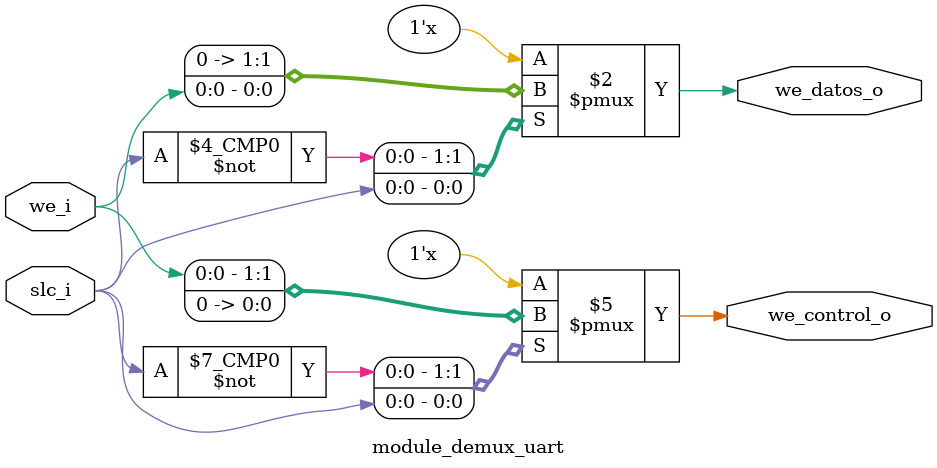
<source format=sv>
`timescale 1ns / 1ps


module module_demux_uart(
    input  logic slc_i,
                 we_i,
    output logic we_control_o,
                 we_datos_o
    );
    always_comb begin
        case(slc_i)
            1'b0: begin
                    we_control_o = we_i;
                    we_datos_o   = 0;
                  end
            1'b1: begin
                    we_control_o = 0;
                    we_datos_o   = we_i;
                  end
        endcase
    end
endmodule

</source>
